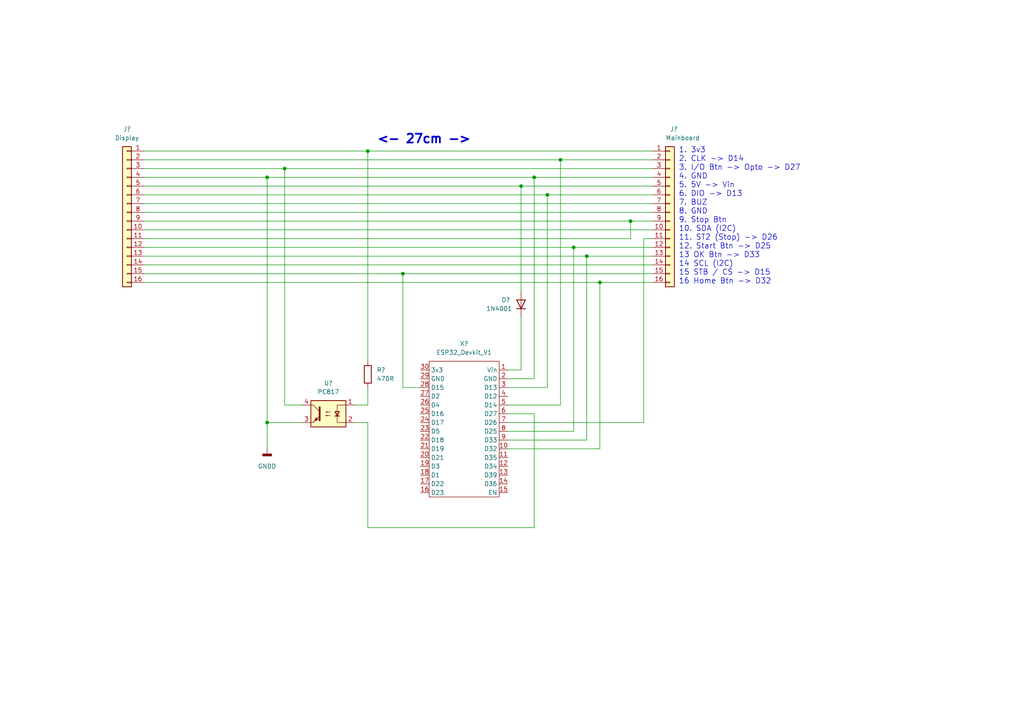
<source format=kicad_sch>
(kicad_sch (version 20211123) (generator eeschema)
  (paper "A4")
  (lib_symbols
    (symbol "Connector_Generic:Conn_01x16" (pin_names (offset 1.016) hide)
      (property "Reference" "J" (at 0 20.32 0))
      (property "Value" "Conn_01x16" (at 0 -22.86 0))
      (symbol "Conn_01x16_1_1"
        (rectangle (start -1.27 -20.193) (end 0 -20.447) (stroke (width 0.1524)))
        (rectangle (start -1.27 -17.653) (end 0 -17.907) (stroke (width 0.1524)))
        (rectangle (start -1.27 -15.113) (end 0 -15.367) (stroke (width 0.1524)))
        (rectangle (start -1.27 -12.573) (end 0 -12.827) (stroke (width 0.1524)))
        (rectangle (start -1.27 -10.033) (end 0 -10.287) (stroke (width 0.1524)))
        (rectangle (start -1.27 -7.493) (end 0 -7.747) (stroke (width 0.1524)))
        (rectangle (start -1.27 -4.953) (end 0 -5.207) (stroke (width 0.1524)))
        (rectangle (start -1.27 -2.413) (end 0 -2.667) (stroke (width 0.1524)))
        (rectangle (start -1.27 0.127) (end 0 -0.127) (stroke (width 0.1524)))
        (rectangle (start -1.27 2.667) (end 0 2.413) (stroke (width 0.1524)))
        (rectangle (start -1.27 5.207) (end 0 4.953) (stroke (width 0.1524)))
        (rectangle (start -1.27 7.747) (end 0 7.493) (stroke (width 0.1524)))
        (rectangle (start -1.27 10.287) (end 0 10.033) (stroke (width 0.1524)))
        (rectangle (start -1.27 12.827) (end 0 12.573) (stroke (width 0.1524)))
        (rectangle (start -1.27 15.367) (end 0 15.113) (stroke (width 0.1524)))
        (rectangle (start -1.27 17.907) (end 0 17.653) (stroke (width 0.1524)))
        (rectangle (start -1.27 19.05) (end 1.27 -21.59) (stroke (width 0.254)) (fill (type background)))
        (pin passive line (at -5.08 17.78 0) (length 3.81) (name "Pin_1") (number "1"))
        (pin passive line (at -5.08 -5.08 0) (length 3.81) (name "Pin_10") (number "10"))
        (pin passive line (at -5.08 -7.62 0) (length 3.81) (name "Pin_11") (number "11"))
        (pin passive line (at -5.08 -10.16 0) (length 3.81) (name "Pin_12") (number "12"))
        (pin passive line (at -5.08 -12.7 0) (length 3.81) (name "Pin_13") (number "13"))
        (pin passive line (at -5.08 -15.24 0) (length 3.81) (name "Pin_14") (number "14"))
        (pin passive line (at -5.08 -17.78 0) (length 3.81) (name "Pin_15") (number "15"))
        (pin passive line (at -5.08 -20.32 0) (length 3.81) (name "Pin_16") (number "16"))
        (pin passive line (at -5.08 15.24 0) (length 3.81) (name "Pin_2") (number "2"))
        (pin passive line (at -5.08 12.7 0) (length 3.81) (name "Pin_3") (number "3"))
        (pin passive line (at -5.08 10.16 0) (length 3.81) (name "Pin_4") (number "4"))
        (pin passive line (at -5.08 7.62 0) (length 3.81) (name "Pin_5") (number "5"))
        (pin passive line (at -5.08 5.08 0) (length 3.81) (name "Pin_6") (number "6"))
        (pin passive line (at -5.08 2.54 0) (length 3.81) (name "Pin_7") (number "7"))
        (pin passive line (at -5.08 0 0) (length 3.81) (name "Pin_8") (number "8"))
        (pin passive line (at -5.08 -2.54 0) (length 3.81) (name "Pin_9") (number "9"))
      )
    )
    (symbol "Device:R" (pin_numbers hide) (pin_names (offset 0))
      (property "Reference" "R" (at 2.032 0 90))
      (property "Value" "R" (at 0 0 90))
      (symbol "R_0_1"
        (rectangle (start -1.016 -2.54) (end 1.016 2.54) (stroke (width 0.254)))
      )
      (symbol "R_1_1"
        (pin passive line (at 0 3.81 270) (length 1.27) (name "~") (number "1"))
        (pin passive line (at 0 -3.81 90) (length 1.27) (name "~") (number "2"))
      )
    )
    (symbol "Diode:1N4001" (pin_numbers hide) (pin_names (offset 1.016) hide)
      (property "Reference" "D" (at 0 2.54 0))
      (property "Value" "1N4001" (at 0 -2.54 0))
      (symbol "1N4001_0_1"
        (polyline (pts (xy -1.27 1.27) (xy -1.27 -1.27)) (stroke (width 0.254)))
        (polyline (pts (xy 1.27 0) (xy -1.27 0)))
        (polyline (pts (xy 1.27 1.27) (xy 1.27 -1.27) (xy -1.27 0) (xy 1.27 1.27)) (stroke (width 0.254)))
      )
      (symbol "1N4001_1_1"
        (pin passive line (at -3.81 0 0) (length 2.54) (name "K") (number "1"))
        (pin passive line (at 3.81 0 180) (length 2.54) (name "A") (number "2"))
      )
    )
    (symbol "ESP32:ESP32_Devkit_V1"
      (property "Reference" "X" (at 0 0 0))
      (property "Value" "ESP32_Devkit_V1" (at 12.7 5.08 0))
      (symbol "ESP32_Devkit_V1_0_0"
        (pin power_in line (at 0 0 0) (length 2.54) (name "Vin") (number "1"))
        (pin bidirectional line (at 0 -22.86 0) (length 2.54) (name "D32") (number "10"))
        (pin bidirectional line (at 0 -25.4 0) (length 2.54) (name "D35") (number "11"))
        (pin bidirectional line (at 0 -27.94 0) (length 2.54) (name "D34") (number "12"))
        (pin bidirectional line (at 0 -30.48 0) (length 2.54) (name "D39") (number "13"))
        (pin bidirectional line (at 0 -33.02 0) (length 2.54) (name "D36") (number "14"))
        (pin bidirectional line (at 0 -35.56 0) (length 2.54) (name "EN") (number "15"))
        (pin bidirectional line (at 25.4 -35.56 180) (length 2.54) (name "D23") (number "16"))
        (pin bidirectional line (at 25.4 -33.02 180) (length 2.54) (name "D22") (number "17"))
        (pin bidirectional line (at 25.4 -30.48 180) (length 2.54) (name "D1") (number "18"))
        (pin bidirectional line (at 25.4 -27.94 180) (length 2.54) (name "D3") (number "19"))
        (pin power_in line (at 0 -2.54 0) (length 2.54) (name "GND") (number "2"))
        (pin bidirectional line (at 25.4 -25.4 180) (length 2.54) (name "D21") (number "20"))
        (pin bidirectional line (at 25.4 -22.86 180) (length 2.54) (name "D19") (number "21"))
        (pin bidirectional line (at 25.4 -20.32 180) (length 2.54) (name "D18") (number "22"))
        (pin bidirectional line (at 25.4 -17.78 180) (length 2.54) (name "D5") (number "23"))
        (pin bidirectional line (at 25.4 -15.24 180) (length 2.54) (name "D17") (number "24"))
        (pin bidirectional line (at 25.4 -12.7 180) (length 2.54) (name "D16") (number "25"))
        (pin bidirectional line (at 25.4 -10.16 180) (length 2.54) (name "D4") (number "26"))
        (pin bidirectional line (at 25.4 -7.62 180) (length 2.54) (name "D2") (number "27"))
        (pin bidirectional line (at 25.4 -5.08 180) (length 2.54) (name "D15") (number "28"))
        (pin power_in line (at 25.4 -2.54 180) (length 2.54) (name "GND") (number "29"))
        (pin bidirectional line (at 0 -5.08 0) (length 2.54) (name "D13") (number "3"))
        (pin power_in line (at 25.4 0 180) (length 2.54) (name "3v3") (number "30"))
        (pin bidirectional line (at 0 -7.62 0) (length 2.54) (name "D12") (number "4"))
        (pin bidirectional line (at 0 -10.16 0) (length 2.54) (name "D14") (number "5"))
        (pin bidirectional line (at 0 -12.7 0) (length 2.54) (name "D27") (number "6"))
        (pin bidirectional line (at 0 -15.24 0) (length 2.54) (name "D26") (number "7"))
        (pin bidirectional line (at 0 -17.78 0) (length 2.54) (name "D25") (number "8"))
        (pin bidirectional line (at 0 -20.32 0) (length 2.54) (name "D33") (number "9"))
      )
      (symbol "ESP32_Devkit_V1_0_1"
        (rectangle (start 2.54 2.54) (end 22.86 -36.83))
      )
    )
    (symbol "Isolator:PC817" (pin_names (offset 1.016))
      (property "Reference" "U" (at -5.08 5.08 0))
      (property "Value" "PC817" (at 0 5.08 0))
      (symbol "PC817_0_1"
        (rectangle (start -5.08 3.81) (end 5.08 -3.81) (stroke (width 0.254)) (fill (type background)))
        (polyline (pts (xy -3.175 -0.635) (xy -1.905 -0.635)) (stroke (width 0.254)))
        (polyline (pts (xy 2.54 0.635) (xy 4.445 2.54)))
        (polyline (pts (xy 4.445 -2.54) (xy 2.54 -0.635)) (fill (type outline)))
        (polyline (pts (xy 4.445 -2.54) (xy 5.08 -2.54)))
        (polyline (pts (xy 4.445 2.54) (xy 5.08 2.54)))
        (polyline (pts (xy -5.08 2.54) (xy -2.54 2.54) (xy -2.54 -0.635)))
        (polyline (pts (xy -2.54 -0.635) (xy -2.54 -2.54) (xy -5.08 -2.54)))
        (polyline (pts (xy 2.54 1.905) (xy 2.54 -1.905) (xy 2.54 -1.905)) (stroke (width 0.508)))
        (polyline (pts (xy -2.54 -0.635) (xy -3.175 0.635) (xy -1.905 0.635) (xy -2.54 -0.635)) (stroke (width 0.254)))
        (polyline (pts (xy -0.508 -0.508) (xy 0.762 -0.508) (xy 0.381 -0.635) (xy 0.381 -0.381) (xy 0.762 -0.508)))
        (polyline (pts (xy -0.508 0.508) (xy 0.762 0.508) (xy 0.381 0.381) (xy 0.381 0.635) (xy 0.762 0.508)))
        (polyline (pts (xy 3.048 -1.651) (xy 3.556 -1.143) (xy 4.064 -2.159) (xy 3.048 -1.651) (xy 3.048 -1.651)) (fill (type outline)))
      )
      (symbol "PC817_1_1"
        (pin passive line (at -7.62 2.54 0) (length 2.54) (name "~") (number "1"))
        (pin passive line (at -7.62 -2.54 0) (length 2.54) (name "~") (number "2"))
        (pin passive line (at 7.62 -2.54 180) (length 2.54) (name "~") (number "3"))
        (pin passive line (at 7.62 2.54 180) (length 2.54) (name "~") (number "4"))
      )
    )
    (symbol "power:GNDD" (power) (pin_names (offset 0))
      (property "Value" "GNDD" (at 0 -3.175 0))
      (symbol "GNDD_0_1"
        (rectangle (start -1.27 -1.524) (end 1.27 -2.032) (stroke (width 0.254)) (fill (type outline)))
        (polyline (pts (xy 0 0) (xy 0 -1.524)))
      )
      (symbol "GNDD_1_1"
        (pin power_in line (at 0 0 270) (length 0) hide (name "GNDD") (number "1"))
      )
    )
  )
  (junction (at 77.47 122.555))
  (junction (at 182.88 64.135))
  (junction (at 106.68 43.815))
  (junction (at 116.84 79.375))
  (junction (at 166.37 71.755))
  (junction (at 158.75 56.515))
  (junction (at 151.13 53.975))
  (junction (at 162.56 46.355))
  (junction (at 77.47 51.435))
  (junction (at 170.18 74.295))
  (junction (at 82.55 48.895))
  (junction (at 154.94 51.435))
  (junction (at 173.99 81.915))
  (wire (pts (xy 147.32 107.315) (xy 151.13 107.315)))
  (wire (pts (xy 41.91 59.055) (xy 189.23 59.055)))
  (wire (pts (xy 82.55 117.475) (xy 82.55 48.895)))
  (wire (pts (xy 106.68 117.475) (xy 102.87 117.475)))
  (wire (pts (xy 158.75 112.395) (xy 158.75 56.515)))
  (wire (pts (xy 166.37 125.095) (xy 166.37 71.755)))
  (wire (pts (xy 166.37 71.755) (xy 189.23 71.755)))
  (wire (pts (xy 87.63 117.475) (xy 82.55 117.475)))
  (wire (pts (xy 151.13 92.075) (xy 151.13 107.315)))
  (wire (pts (xy 41.91 43.815) (xy 106.68 43.815)))
  (wire (pts (xy 106.68 153.035) (xy 106.68 122.555)))
  (wire (pts (xy 162.56 46.355) (xy 189.23 46.355)))
  (wire (pts (xy 154.94 109.855) (xy 154.94 51.435)))
  (wire (pts (xy 162.56 117.475) (xy 162.56 46.355)))
  (wire (pts (xy 41.91 64.135) (xy 182.88 64.135)))
  (wire (pts (xy 121.92 112.395) (xy 116.84 112.395)))
  (wire (pts (xy 147.32 127.635) (xy 170.18 127.635)))
  (wire (pts (xy 170.18 127.635) (xy 170.18 74.295)))
  (wire (pts (xy 41.91 48.895) (xy 82.55 48.895)))
  (wire (pts (xy 41.91 61.595) (xy 189.23 61.595)))
  (wire (pts (xy 41.91 74.295) (xy 170.18 74.295)))
  (wire (pts (xy 147.32 120.015) (xy 154.94 120.015)))
  (wire (pts (xy 151.13 53.975) (xy 151.13 84.455)))
  (wire (pts (xy 41.91 46.355) (xy 162.56 46.355)))
  (wire (pts (xy 182.88 64.135) (xy 189.23 64.135)))
  (wire (pts (xy 41.91 51.435) (xy 77.47 51.435)))
  (wire (pts (xy 106.68 43.815) (xy 189.23 43.815)))
  (wire (pts (xy 186.69 122.555) (xy 186.69 69.215)))
  (wire (pts (xy 158.75 56.515) (xy 189.23 56.515)))
  (wire (pts (xy 41.91 56.515) (xy 158.75 56.515)))
  (wire (pts (xy 77.47 51.435) (xy 154.94 51.435)))
  (wire (pts (xy 186.69 69.215) (xy 189.23 69.215)))
  (wire (pts (xy 147.32 117.475) (xy 162.56 117.475)))
  (wire (pts (xy 77.47 122.555) (xy 77.47 51.435)))
  (wire (pts (xy 147.32 112.395) (xy 158.75 112.395)))
  (wire (pts (xy 147.32 125.095) (xy 166.37 125.095)))
  (wire (pts (xy 106.68 43.815) (xy 106.68 104.775)))
  (wire (pts (xy 147.32 109.855) (xy 154.94 109.855)))
  (wire (pts (xy 147.32 122.555) (xy 186.69 122.555)))
  (wire (pts (xy 41.91 81.915) (xy 173.99 81.915)))
  (wire (pts (xy 170.18 74.295) (xy 189.23 74.295)))
  (wire (pts (xy 41.91 76.835) (xy 189.23 76.835)))
  (wire (pts (xy 116.84 79.375) (xy 189.23 79.375)))
  (wire (pts (xy 154.94 120.015) (xy 154.94 153.035)))
  (wire (pts (xy 106.68 112.395) (xy 106.68 117.475)))
  (wire (pts (xy 173.99 130.175) (xy 173.99 81.915)))
  (wire (pts (xy 182.88 64.135) (xy 182.88 69.215)))
  (wire (pts (xy 106.68 122.555) (xy 102.87 122.555)))
  (wire (pts (xy 41.91 69.215) (xy 182.88 69.215)))
  (wire (pts (xy 41.91 71.755) (xy 166.37 71.755)))
  (wire (pts (xy 116.84 112.395) (xy 116.84 79.375)))
  (wire (pts (xy 41.91 66.675) (xy 189.23 66.675)))
  (wire (pts (xy 147.32 130.175) (xy 173.99 130.175)))
  (wire (pts (xy 41.91 53.975) (xy 151.13 53.975)))
  (wire (pts (xy 77.47 122.555) (xy 77.47 130.175)))
  (wire (pts (xy 154.94 51.435) (xy 189.23 51.435)))
  (wire (pts (xy 154.94 153.035) (xy 106.68 153.035)))
  (wire (pts (xy 87.63 122.555) (xy 77.47 122.555)))
  (wire (pts (xy 151.13 53.975) (xy 189.23 53.975)))
  (wire (pts (xy 41.91 79.375) (xy 116.84 79.375)))
  (wire (pts (xy 173.99 81.915) (xy 189.23 81.915)))
  (wire (pts (xy 82.55 48.895) (xy 189.23 48.895)))
  (text "1. 3v3\n2. CLK -> D14\n3. I/O Btn -> Opto -> D27\n4. GND\n5. 5V -> Vin\n6. DIO -> D13\n7. BUZ\n8. GND\n9. Stop Btn\n10. SDA (I2C)\n11. ST2 (Stop) -> D26\n12. Start Btn -> D25\n13 OK Btn -> D33\n14 SCL (I2C)\n15 STB / CS -> D15\n16 Home Btn -> D32" (at 196.85 82.55 0) (effects (font (size 1.5748 1.5748)) (justify left bottom)))
  (text "<- 27cm ->" (at 109.22 41.91 0) (effects (font (size 2.54 2.54) (thickness 0.508) bold) (justify left bottom)))
  (symbol (lib_id "Isolator:PC817") (at 95.25 120.015 0) (mirror y) (unit 1)
    (property "Reference" "U?" (at 95.25 111.125 0))
    (property "Value" "PC817" (at 95.25 113.665 0))
    (property "Footprint" "Package_DIP:DIP-4_W7.62mm" (effects hide))
    (property "Datasheet" "http://www.soselectronic.cz/a_info/resource/d/pc817.pdf" (effects hide))
  )
  (symbol (lib_id "power:GNDD") (at 77.47 130.175 0) (unit 1)
    (property "Reference" "#PWR?" (effects hide))
    (property "Value" "GNDD" (at 77.47 135.255 0))
  )
  (symbol (lib_id "Connector_Generic:Conn_01x16") (at 36.83 61.595 0) (mirror y) (unit 1)
    (property "Reference" "J?" (at 36.83 37.465 0))
    (property "Value" "Display" (at 36.83 40.005 0))
  )
  (symbol (lib_id "ESP32:ESP32_Devkit_V1") (at 147.32 107.315 0) (mirror y) (unit 1)
    (property "Reference" "X?" (at 134.62 99.695 0))
    (property "Value" "ESP32_Devkit_V1" (at 134.62 102.235 0))
  )
  (symbol (lib_id "Device:R") (at 106.68 108.585 0) (unit 1)
    (property "Reference" "R?" (at 109.22 107.3149 0) (effects (justify left)))
    (property "Value" "470R" (at 109.22 109.8549 0) (effects (justify left)))
  )
  (symbol (lib_id "Connector_Generic:Conn_01x16") (at 194.31 61.595 0) (unit 1)
    (property "Reference" "J?" (at 194.31 37.465 0) (effects (justify left)))
    (property "Value" "Mainboard" (at 193.04 40.005 0) (effects (justify left)))
  )
  (symbol (lib_id "Diode:1N4001") (at 151.13 88.265 90) (unit 1)
    (property "Reference" "D?" (at 145.415 86.995 90) (effects (justify right)))
    (property "Value" "1N4001" (at 140.97 89.535 90) (effects (justify right)))
    (property "Footprint" "Diode_THT:D_DO-41_SOD81_P10.16mm_Horizontal" (effects hide))
    (property "Datasheet" "http://www.vishay.com/docs/88503/1n4001.pdf" (effects hide))
  )
)
</source>
